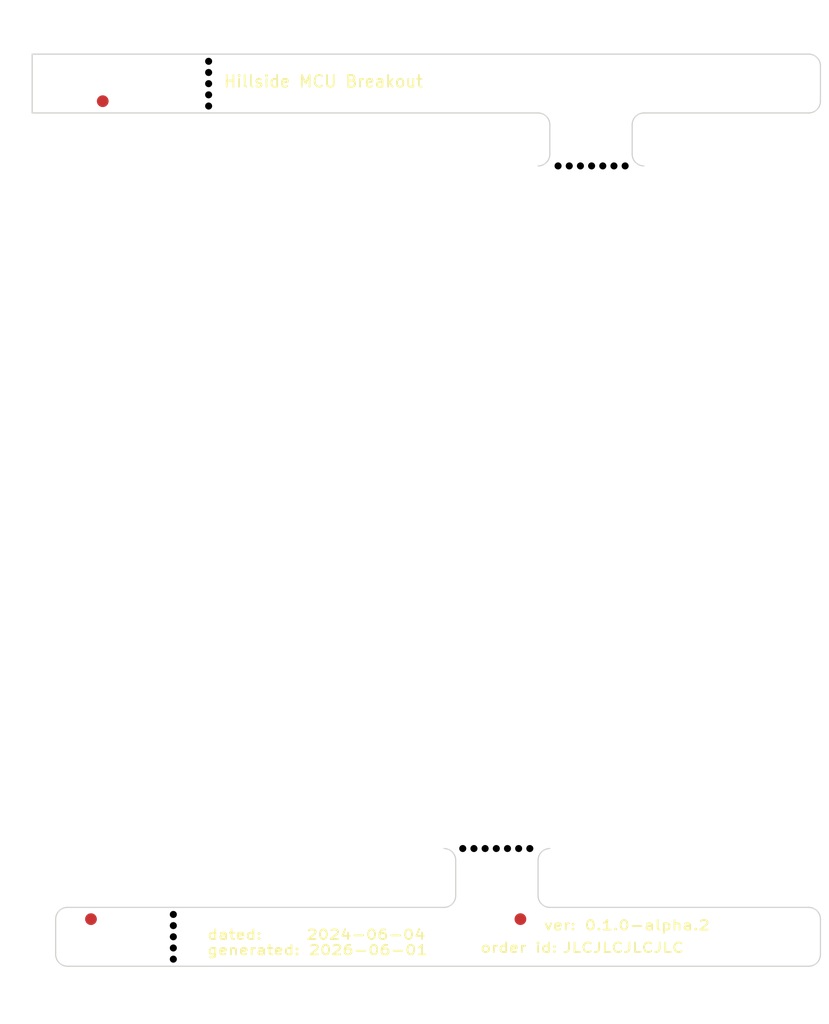
<source format=kicad_pcb>
(kicad_pcb (version 20240108) (generator "pcbnew") (generator_version "8.0")
  (title_block (title "Hillside MCU Breakout") (date "2024-06-04") (rev "0.1.0-alpha.2"))
  (layers (0 "F.Cu" signal) (31 "B.Cu" signal) (34 "B.Paste" user) (35 "F.Paste" user) (36 "B.SilkS" user "B.Silkscreen") (37 "F.SilkS" user "F.Silkscreen") (38 "B.Mask" user) (39 "F.Mask" user) (44 "Edge.Cuts" user))
  (net 0 "")
  (footprint "Dactyl:ToolingHole_1.152mm" (layer "F.Cu") (at 128.175 134.560631)
    (property "Reference" "H4" (hide yes))
    (property "Value" "ToolingHole")
    (pad "" np_thru_hole circle (at 0 0) (size 1.152 1.152) (drill 1.152) (layers "F&B.Cu" "*.Mask"))
  )
  (footprint "Dactyl:ToolingHole_1.152mm" (layer "F.Cu") (at 121.025 62.64064)
    (property "Reference" "H3" (hide yes))
    (property "Value" "ToolingHole")
    (pad "" np_thru_hole circle (at 0 0) (size 1.152 1.152) (drill 1.152) (layers "F&B.Cu" "*.Mask"))
  )
  (footprint "Dactyl:Mouse_Bites" (layer "F.Cu") (at 158.475 127.5 180)
    (property "Reference" "REF**" (hide yes))
    (property "Value" "Mouse_Bites" (hide yes))
    (pad "" np_thru_hole circle (at -2.85 0 180) (size 0.6 0.6) (drill 0.6) (layers "*.Mask"))
    (pad "" np_thru_hole circle (at -1.9 0 180) (size 0.6 0.6) (drill 0.6) (layers "*.Mask"))
    (pad "" np_thru_hole circle (at -0.95 0 180) (size 0.6 0.6) (drill 0.6) (layers "*.Mask"))
    (pad "" np_thru_hole circle (at 0 0 180) (size 0.6 0.6) (drill 0.6) (layers "*.Mask"))
    (pad "" np_thru_hole circle (at 0.95 0 180) (size 0.6 0.6) (drill 0.6) (layers "*.Mask"))
    (pad "" np_thru_hole circle (at 1.9 0 180) (size 0.6 0.6) (drill 0.6) (layers "*.Mask"))
    (pad "" np_thru_hole circle (at 2.85 0 180) (size 0.6 0.6) (drill 0.6) (layers "*.Mask"))
  )
  (footprint "Fiducial:Fiducial_1mm_Mask2mm" (layer "F.Cu") (at 160.525 133.5)
    (property "Reference" "FID3")
    (property "Value" "Fiducial")
    (pad "" smd circle (at 0 0) (size 1 1) (layers "F.Cu" "F.Mask") (clearance 0.5))
  )
  (footprint "Dactyl:Mouse_Bites_5mm" (layer "F.Cu") (at 134.025 62.51064 90)
    (property "Reference" "REF**" (hide yes))
    (property "Value" "Mouse_Bites_5mm" (hide yes))
    (pad "" np_thru_hole circle (at -1.9 0 90) (size 0.6 0.6) (drill 0.6) (layers "*.Mask"))
    (pad "" np_thru_hole circle (at -0.95 0 90) (size 0.6 0.6) (drill 0.6) (layers "*.Mask"))
    (pad "" np_thru_hole circle (at 0 0 90) (size 0.6 0.6) (drill 0.6) (layers "*.Mask"))
    (pad "" np_thru_hole circle (at 0.95 0 90) (size 0.6 0.6) (drill 0.6) (layers "*.Mask"))
    (pad "" np_thru_hole circle (at 1.9 0 90) (size 0.6 0.6) (drill 0.6) (layers "*.Mask"))
  )
  (footprint "Fiducial:Fiducial_1mm_Mask2mm" (layer "F.Cu") (at 125.025 64)
    (property "Reference" "FID1")
    (property "Value" "Fiducial")
    (pad "" smd circle (at 0 0) (size 1 1) (layers "F.Cu" "F.Mask") (clearance 0.5))
  )
  (footprint "Dactyl:Mouse_Bites" (layer "F.Cu") (at 166.575 69.5)
    (property "Reference" "REF**" (hide yes))
    (property "Value" "Mouse_Bites" (hide yes))
    (pad "" np_thru_hole circle (at -2.85 0) (size 0.6 0.6) (drill 0.6) (layers "*.Mask"))
    (pad "" np_thru_hole circle (at -1.9 0) (size 0.6 0.6) (drill 0.6) (layers "*.Mask"))
    (pad "" np_thru_hole circle (at -0.95 0) (size 0.6 0.6) (drill 0.6) (layers "*.Mask"))
    (pad "" np_thru_hole circle (at 0 0) (size 0.6 0.6) (drill 0.6) (layers "*.Mask"))
    (pad "" np_thru_hole circle (at 0.95 0) (size 0.6 0.6) (drill 0.6) (layers "*.Mask"))
    (pad "" np_thru_hole circle (at 1.9 0) (size 0.6 0.6) (drill 0.6) (layers "*.Mask"))
    (pad "" np_thru_hole circle (at 2.85 0) (size 0.6 0.6) (drill 0.6) (layers "*.Mask"))
  )
  (footprint "Fiducial:Fiducial_1mm_Mask2mm" (layer "F.Cu") (at 124.025 133.5)
    (property "Reference" "FID2")
    (property "Value" "Fiducial")
    (pad "" smd circle (at 0 0) (size 1 1) (layers "F.Cu" "F.Mask") (clearance 0.5))
  )
  (footprint "Dactyl:Mouse_Bites_5mm" (layer "F.Cu") (at 131.025 135 90)
    (property "Reference" "REF**" (hide yes))
    (property "Value" "Mouse_Bites_5mm" (hide yes))
    (pad "" np_thru_hole circle (at -1.9 0 90) (size 0.6 0.6) (drill 0.6) (layers "*.Mask"))
    (pad "" np_thru_hole circle (at -0.95 0 90) (size 0.6 0.6) (drill 0.6) (layers "*.Mask"))
    (pad "" np_thru_hole circle (at 0 0 90) (size 0.6 0.6) (drill 0.6) (layers "*.Mask"))
    (pad "" np_thru_hole circle (at 0.95 0 90) (size 0.6 0.6) (drill 0.6) (layers "*.Mask"))
    (pad "" np_thru_hole circle (at 1.9 0 90) (size 0.6 0.6) (drill 0.6) (layers "*.Mask"))
  )
  (footprint "Dactyl:ToolingHole_1.152mm" (layer "F.Cu") (at 178.525 135)
    (property "Reference" "H5" (hide yes))
    (property "Value" "ToolingHole")
    (pad "" np_thru_hole circle (at 0 0) (size 1.152 1.152) (drill 1.152) (layers "F&B.Cu" "*.Mask"))
  )
  (gr_arc (start 122.025 137.5) (mid 121.317893 137.207107) (end 121.025 136.5) (stroke (width 0.1)) (layer "Edge.Cuts"))
  (gr_arc (start 154.025 127.5) (mid 154.732107 127.792893) (end 155.025 128.5) (stroke (width 0.1)) (layer "Edge.Cuts"))
  (gr_line (start 119.025 60) (end 119.025 65) (stroke (width 0.1)) (layer "Edge.Cuts"))
  (gr_arc (start 186.025 136.5) (mid 185.732107 137.207107) (end 185.025 137.5) (stroke (width 0.1)) (layer "Edge.Cuts"))
  (gr_arc (start 170.025 66) (mid 170.317893 65.292893) (end 171.025 65) (stroke (width 0.1)) (layer "Edge.Cuts"))
  (gr_arc (start 186.025 64) (mid 185.732107 64.707107) (end 185.025 65) (stroke (width 0.1)) (layer "Edge.Cuts"))
  (gr_arc (start 163.025 132.5) (mid 162.317893 132.207107) (end 162.025 131.5) (stroke (width 0.1)) (layer "Edge.Cuts"))
  (gr_line (start 163.025 66) (end 163.025 68.5) (stroke (width 0.1)) (layer "Edge.Cuts"))
  (gr_line (start 162.025 128.5) (end 162.025 131.5) (stroke (width 0.1)) (layer "Edge.Cuts"))
  (gr_line (start 122.025 137.5) (end 185.025 137.5) (stroke (width 0.1)) (layer "Edge.Cuts"))
  (gr_line (start 163.025 132.5) (end 185.025 132.5) (stroke (width 0.1)) (layer "Edge.Cuts"))
  (gr_line (start 185.025 60) (end 119.025 60) (stroke (width 0.1)) (layer "Edge.Cuts"))
  (gr_arc (start 163.025 68.5) (mid 162.732107 69.207107) (end 162.025 69.5) (stroke (width 0.1)) (layer "Edge.Cuts"))
  (gr_line (start 170.025 66) (end 170.025 68.5) (stroke (width 0.1)) (layer "Edge.Cuts"))
  (gr_line (start 119.025 65) (end 162.025 65) (stroke (width 0.1)) (layer "Edge.Cuts"))
  (gr_line (start 186.025 61) (end 186.025 64) (stroke (width 0.1)) (layer "Edge.Cuts"))
  (gr_line (start 121.025 133.5) (end 121.025 136.5) (stroke (width 0.1)) (layer "Edge.Cuts"))
  (gr_line (start 122.025 132.5) (end 154.025 132.5) (stroke (width 0.1)) (layer "Edge.Cuts"))
  (gr_arc (start 121.025 133.5) (mid 121.317893 132.792893) (end 122.025 132.5) (stroke (width 0.1)) (layer "Edge.Cuts"))
  (gr_arc (start 162.025 128.5) (mid 162.317893 127.792893) (end 163.025 127.5) (stroke (width 0.1)) (layer "Edge.Cuts"))
  (gr_arc (start 171.025 69.5) (mid 170.317893 69.207107) (end 170.025 68.5) (stroke (width 0.1)) (layer "Edge.Cuts"))
  (gr_arc (start 162.025 65) (mid 162.732107 65.292893) (end 163.025 66) (stroke (width 0.1)) (layer "Edge.Cuts"))
  (gr_arc (start 155.025 131.5) (mid 154.732107 132.207107) (end 154.025 132.5) (stroke (width 0.1)) (layer "Edge.Cuts"))
  (gr_line (start 171.025 65) (end 185.025 65) (stroke (width 0.1)) (layer "Edge.Cuts"))
  (gr_arc (start 185.025 132.5) (mid 185.732107 132.792893) (end 186.025 133.5) (stroke (width 0.1)) (layer "Edge.Cuts"))
  (gr_line (start 155.025 128.5) (end 155.025 131.5) (stroke (width 0.1)) (layer "Edge.Cuts"))
  (gr_line (start 186.025 133.5) (end 186.025 136.5) (stroke (width 0.1)) (layer "Edge.Cuts"))
  (gr_arc (start 185.025 60) (mid 185.732107 60.292893) (end 186.025 61) (stroke (width 0.1)) (layer "Edge.Cuts"))
  (gr_text "${TITLE}" (at 135.225 62.9 0) (layer "F.SilkS") (effects (font (size 1 1)) (justify left bottom)))
  (gr_text "JLCJLCJLCJLC" (at 164.025 136.4 0) (layer "F.SilkS") (effects (font (size 0.81 1)) (justify left bottom)))
  (gr_text "order id:" (at 157.025 136.4 0) (layer "F.SilkS") (effects (font (size 0.81 1)) (justify left bottom)))
  (gr_text "dated:     ${ISSUE_DATE}\ngenerated: ${CURRENT_DATE}" (at 133.825 136.6 0) (layer "F.SilkS") (effects (font (size 0.81 1)) (justify left bottom)))
  (gr_text "ver: ${REVISION}\n" (at 162.425 134.5 0) (layer "F.SilkS") (effects (font (size 0.81 1)) (justify left bottom)))
)
</source>
